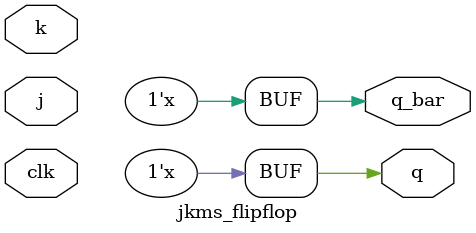
<source format=v>
module jkms_flipflop(q,q_bar,clk,j,k);
	output q,q_bar;
	input clk,j,k;
	reg tq,q,q_bar;

	always @(clk)
	begin

	if (!clk)
	begin
	if (j==1'b0 && k==1'b1)
				tq <= 1'b0;

	else if (j==1'b1 && k==1'b0)
				tq <= 1'b1;

	else if (j==1'b1 && k==1'b1)
				tq <= ~tq;

	end
	if (clk)
	begin

		q <= tq;
		q_bar <= ~tq;

		end
	end
endmodule

</source>
